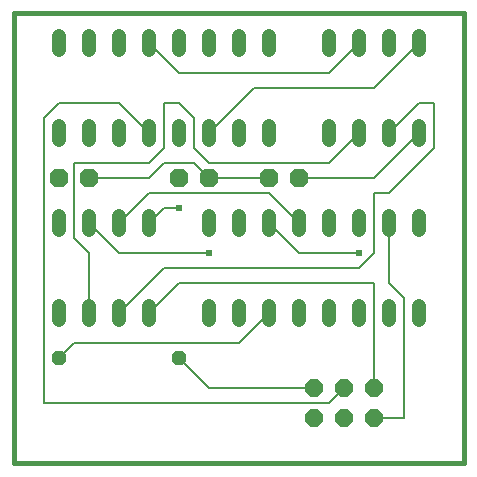
<source format=gbl>
G75*
%MOIN*%
%OFA0B0*%
%FSLAX24Y24*%
%IPPOS*%
%LPD*%
%AMOC8*
5,1,8,0,0,1.08239X$1,22.5*
%
%ADD10C,0.0160*%
%ADD11C,0.0480*%
%ADD12OC8,0.0630*%
%ADD13OC8,0.0480*%
%ADD14OC8,0.0591*%
%ADD15C,0.0060*%
%ADD16C,0.0240*%
D10*
X002760Y000180D02*
X002760Y015180D01*
X017760Y015180D01*
X017760Y000180D01*
X002760Y000180D01*
D11*
X004260Y004940D02*
X004260Y005420D01*
X005260Y005420D02*
X005260Y004940D01*
X006260Y004940D02*
X006260Y005420D01*
X007260Y005420D02*
X007260Y004940D01*
X009260Y004940D02*
X009260Y005420D01*
X010260Y005420D02*
X010260Y004940D01*
X011260Y004940D02*
X011260Y005420D01*
X012260Y005420D02*
X012260Y004940D01*
X013260Y004940D02*
X013260Y005420D01*
X014260Y005420D02*
X014260Y004940D01*
X015260Y004940D02*
X015260Y005420D01*
X016260Y005420D02*
X016260Y004940D01*
X016260Y007940D02*
X016260Y008420D01*
X015260Y008420D02*
X015260Y007940D01*
X014260Y007940D02*
X014260Y008420D01*
X013260Y008420D02*
X013260Y007940D01*
X012260Y007940D02*
X012260Y008420D01*
X011260Y008420D02*
X011260Y007940D01*
X010260Y007940D02*
X010260Y008420D01*
X009260Y008420D02*
X009260Y007940D01*
X007260Y007940D02*
X007260Y008420D01*
X006260Y008420D02*
X006260Y007940D01*
X005260Y007940D02*
X005260Y008420D01*
X004260Y008420D02*
X004260Y007940D01*
X004260Y010940D02*
X004260Y011420D01*
X005260Y011420D02*
X005260Y010940D01*
X006260Y010940D02*
X006260Y011420D01*
X007260Y011420D02*
X007260Y010940D01*
X008260Y010940D02*
X008260Y011420D01*
X009260Y011420D02*
X009260Y010940D01*
X010260Y010940D02*
X010260Y011420D01*
X011260Y011420D02*
X011260Y010940D01*
X013260Y010940D02*
X013260Y011420D01*
X014260Y011420D02*
X014260Y010940D01*
X015260Y010940D02*
X015260Y011420D01*
X016260Y011420D02*
X016260Y010940D01*
X016260Y013940D02*
X016260Y014420D01*
X015260Y014420D02*
X015260Y013940D01*
X014260Y013940D02*
X014260Y014420D01*
X013260Y014420D02*
X013260Y013940D01*
X011260Y013940D02*
X011260Y014420D01*
X010260Y014420D02*
X010260Y013940D01*
X009260Y013940D02*
X009260Y014420D01*
X008260Y014420D02*
X008260Y013940D01*
X007260Y013940D02*
X007260Y014420D01*
X006260Y014420D02*
X006260Y013940D01*
X005260Y013940D02*
X005260Y014420D01*
X004260Y014420D02*
X004260Y013940D01*
D12*
X004260Y009680D03*
X005260Y009680D03*
X008260Y009680D03*
X009260Y009680D03*
X011260Y009680D03*
X012260Y009680D03*
D13*
X008260Y003680D03*
X004260Y003680D03*
D14*
X012760Y002680D03*
X013760Y002680D03*
X013760Y001680D03*
X012760Y001680D03*
X014760Y001680D03*
X014760Y002680D03*
D15*
X014760Y006180D01*
X008260Y006180D01*
X007260Y005180D01*
X006260Y005180D02*
X007760Y006680D01*
X014260Y006680D01*
X014760Y007180D01*
X014760Y009180D01*
X015260Y009180D01*
X016760Y010680D01*
X016760Y012180D01*
X016260Y012180D01*
X015260Y011180D01*
X016260Y011180D02*
X014760Y009680D01*
X012260Y009680D01*
X013260Y010180D02*
X014260Y011180D01*
X013260Y010180D02*
X009260Y010180D01*
X008760Y010680D01*
X008760Y011680D01*
X008260Y012180D01*
X007760Y012180D01*
X007760Y010680D01*
X007260Y010180D01*
X004760Y010180D01*
X004760Y007680D01*
X005260Y007180D01*
X005260Y005180D01*
X004760Y004180D02*
X004260Y003680D01*
X004760Y004180D02*
X010260Y004180D01*
X011260Y005180D01*
X012260Y007180D02*
X014260Y007180D01*
X015260Y006180D02*
X015760Y005680D01*
X015760Y001680D01*
X014760Y001680D01*
X013760Y002680D02*
X013260Y002180D01*
X003760Y002180D01*
X003760Y011680D01*
X004260Y012180D01*
X006260Y012180D01*
X007260Y011180D01*
X007760Y010180D02*
X008760Y010180D01*
X009260Y009680D01*
X011260Y009680D01*
X011260Y009180D02*
X012260Y008180D01*
X012260Y007180D02*
X011260Y008180D01*
X011260Y009180D02*
X007260Y009180D01*
X006260Y008180D01*
X006260Y007180D02*
X009260Y007180D01*
X008260Y008680D02*
X007760Y008680D01*
X007260Y008180D01*
X006260Y007180D02*
X005260Y008180D01*
X005260Y009680D02*
X007260Y009680D01*
X007760Y010180D01*
X009260Y011180D02*
X010760Y012680D01*
X014760Y012680D01*
X016260Y014180D01*
X014260Y014180D02*
X013260Y013180D01*
X008260Y013180D01*
X007260Y014180D01*
X015260Y008180D02*
X015260Y006180D01*
X012760Y002680D02*
X009260Y002680D01*
X008260Y003680D01*
D16*
X009260Y007180D03*
X008260Y008680D03*
X014260Y007180D03*
M02*

</source>
